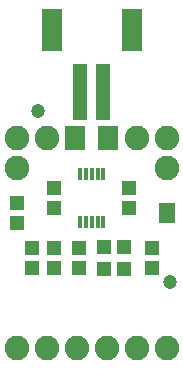
<source format=gbr>
G04 EAGLE Gerber RS-274X export*
G75*
%MOMM*%
%FSLAX34Y34*%
%LPD*%
%INSoldermask Top*%
%IPPOS*%
%AMOC8*
5,1,8,0,0,1.08239X$1,22.5*%
G01*
%ADD10R,1.803200X2.003200*%
%ADD11R,0.400000X1.100000*%
%ADD12R,1.203200X1.303200*%
%ADD13R,1.303200X1.203200*%
%ADD14R,1.203200X4.803200*%
%ADD15R,1.803200X3.603200*%
%ADD16C,2.082800*%
%ADD17R,1.473200X0.838200*%
%ADD18C,1.203200*%


D10*
X62200Y190500D03*
X90200Y190500D03*
D11*
X86200Y160200D03*
X81200Y160200D03*
X76200Y160200D03*
X71200Y160200D03*
X66200Y160200D03*
X66200Y119200D03*
X71200Y119200D03*
X76200Y119200D03*
X81200Y119200D03*
X86200Y119200D03*
D12*
X44450Y131200D03*
X44450Y148200D03*
X107950Y131200D03*
X107950Y148200D03*
X127000Y97400D03*
X127000Y80400D03*
D13*
X103750Y79375D03*
X86750Y79375D03*
D12*
X44450Y97400D03*
X44450Y80400D03*
X25400Y80400D03*
X25400Y97400D03*
X65088Y97400D03*
X65088Y80400D03*
D13*
X86750Y98425D03*
X103750Y98425D03*
D14*
X66200Y229700D03*
X86200Y229700D03*
D15*
X42200Y281700D03*
X110200Y281700D03*
D16*
X12700Y165100D03*
X12700Y190500D03*
X139700Y190500D03*
X139700Y165100D03*
X139700Y12700D03*
X114300Y12700D03*
X88900Y12700D03*
X63500Y12700D03*
X38100Y12700D03*
X12700Y12700D03*
D17*
X139700Y131119D03*
X139700Y122881D03*
D16*
X38100Y190500D03*
X114300Y190500D03*
D12*
X12700Y118500D03*
X12700Y135500D03*
D18*
X30480Y213360D03*
X142240Y68580D03*
M02*

</source>
